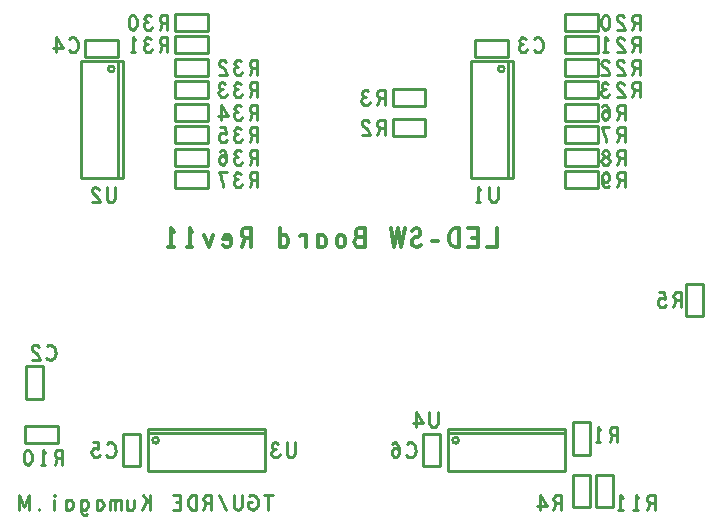
<source format=gbo>
G04 ================== begin FILE IDENTIFICATION RECORD ==================*
G04 Layout Name:  LEDSwitchBoard.brd*
G04 Film Name:    GB_LEDSwitchBoard.GBO*
G04 File Format:  Gerber RS274X*
G04 File Origin:  Cadence Allegro 16.6-S014*
G04 Origin Date:  Thu Feb 25 10:56:10 2016*
G04 *
G04 Layer:  USER PART NUMBER/SILKSCREEN_BOTTOM*
G04 Layer:  TOLERANCE/SILKSCREEN_BOTTOM*
G04 Layer:  REF DES/SILKSCREEN_BOTTOM*
G04 Layer:  PACKAGE GEOMETRY/SILKSCREEN_BOTTOM*
G04 Layer:  DEVICE TYPE/SILKSCREEN_BOTTOM*
G04 Layer:  COMPONENT VALUE/SILKSCREEN_BOTTOM*
G04 Layer:  BOARD GEOMETRY/SILKSCREEN_BOTTOM*
G04 *
G04 Offset:    (0.0000 0.0000)*
G04 Mirror:    No*
G04 Mode:      Positive*
G04 Rotation:  0*
G04 FullContactRelief:  No*
G04 UndefLineWidth:     0.0000*
G04 ================== end FILE IDENTIFICATION RECORD ====================*
%FSLAX25Y25*MOMM*%
%IR0*IPPOS*OFA0.00000B0.00000*MIA0B0*SFA1.00000B1.00000*%
%ADD10C,.305*%
%ADD11C,.254*%
G75*
%LPD*%
G75*
G54D10*
G01X1440600Y223520D02*
Y63500D01*
X1361020D01*
G01X1201000D02*
X1280580D01*
Y223520D01*
X1201000D01*
G01X1232830Y146180D02*
X1280580D01*
G01X1124540Y63500D02*
Y223520D01*
X1084750D01*
X1068830Y215520D01*
X1056890Y204850D01*
X1046940Y188850D01*
X1038990Y170180D01*
X1037000Y143510D01*
X1038990Y116840D01*
X1046940Y98170D01*
X1056890Y82170D01*
X1068830Y71500D01*
X1084750Y63500D01*
X1124540D01*
G01X946620Y116840D02*
X894880D01*
G01X802510Y84830D02*
X786600Y71500D01*
X768690Y63500D01*
X752770D01*
X736850Y71500D01*
X724910Y84830D01*
X718950Y103510D01*
X722930Y122170D01*
X732880Y138170D01*
X750780Y148850D01*
X774660Y154180D01*
X788580Y164840D01*
X794560Y183510D01*
X790570Y202180D01*
X780630Y215520D01*
X766700Y223520D01*
X752770D01*
X738840Y218190D01*
X726900Y204850D01*
G01X660400Y223520D02*
X632550Y63500D01*
X600710Y223520D01*
X568880Y63500D01*
X541020Y223520D01*
G01X264750Y148850D02*
X256790Y156840D01*
X250830Y170180D01*
X246840Y188850D01*
X250830Y204850D01*
X258780Y215520D01*
X272710Y223520D01*
X326430D01*
Y63500D01*
X260770D01*
X246840Y74170D01*
X238890Y90170D01*
X234910Y108840D01*
X238890Y127500D01*
X250830Y143510D01*
X264750Y148850D01*
X326430D01*
G01X120650Y63500D02*
X132590Y66170D01*
X144530Y76830D01*
X152490Y95500D01*
X156470Y116840D01*
X152490Y138170D01*
X144530Y156840D01*
X132590Y167510D01*
X120650Y170180D01*
X108710Y167510D01*
X96770Y156840D01*
X88820Y138170D01*
X86820Y116840D01*
X88820Y95500D01*
X96770Y76830D01*
X108710Y66170D01*
X120650Y63500D01*
G01X-75190D02*
Y170180D01*
G01Y151510D02*
X-67220Y162180D01*
X-55290Y167510D01*
X-41360Y170180D01*
X-27430Y164840D01*
X-15490Y154180D01*
X-7530Y138170D01*
X-3550Y116840D01*
X-7530Y95500D01*
X-15490Y79500D01*
X-27430Y68830D01*
X-41360Y63500D01*
X-55290Y66170D01*
X-67220Y74170D01*
X-75190Y84830D01*
G01X-171540Y63500D02*
Y170180D01*
G01Y148850D02*
X-181480Y159510D01*
X-191430Y167510D01*
X-205360Y170180D01*
X-215310Y167510D01*
X-227240Y159510D01*
G01X-395230Y223520D02*
Y63500D01*
G01Y87500D02*
X-387260Y74170D01*
X-375330Y66170D01*
X-361400Y63500D01*
X-345480Y68830D01*
X-333540Y82170D01*
X-325580Y98170D01*
X-323590Y116840D01*
X-325580Y135510D01*
X-333540Y151510D01*
X-345480Y164840D01*
X-361400Y170180D01*
X-375330Y167510D01*
X-385280Y162180D01*
X-395230Y151510D01*
G01X-639660Y63500D02*
Y223520D01*
X-689400D01*
X-705320Y215520D01*
X-715270Y204850D01*
X-719240Y183510D01*
X-715270Y162180D01*
X-703330Y148850D01*
X-689400Y140840D01*
X-639660D01*
G01X-689400D02*
X-719240Y63500D01*
G01X-809630Y135510D02*
X-873300D01*
X-867320Y154180D01*
X-857380Y164840D01*
X-843450Y170180D01*
X-829520Y167510D01*
X-817580Y159510D01*
X-809630Y140840D01*
X-805640Y124840D01*
Y108840D01*
X-809630Y92840D01*
X-819570Y76830D01*
X-831510Y66170D01*
X-845440Y63500D01*
X-859370Y68830D01*
X-873300Y84830D01*
G01X-963670Y170180D02*
X-999490Y63500D01*
X-1035310Y170180D01*
G01X-1159510Y63500D02*
Y223520D01*
X-1135630Y191520D01*
G01Y63500D02*
X-1183380D01*
G01X-1319530D02*
Y223520D01*
X-1295650Y191520D01*
G01Y63500D02*
X-1343400D01*
G54D11*
G01X-492760Y-2032000D02*
Y-2159000D01*
G01X-455760Y-2032000D02*
X-529760D01*
G01X-631950Y-2095500D02*
X-664130D01*
Y-2133600D01*
X-654470Y-2146300D01*
X-643210Y-2154770D01*
X-627130Y-2159000D01*
X-611040Y-2154770D01*
X-599780Y-2146300D01*
X-590130Y-2133600D01*
X-583690Y-2118780D01*
X-580470Y-2101850D01*
Y-2087030D01*
X-583690Y-2074340D01*
X-590130Y-2059510D01*
X-599780Y-2046820D01*
X-609430Y-2038350D01*
X-622300Y-2032000D01*
X-633560D01*
X-646430Y-2036230D01*
X-656080Y-2044700D01*
G01X-716450Y-2032000D02*
Y-2123020D01*
X-722880Y-2142070D01*
X-735750Y-2154770D01*
X-751840Y-2159000D01*
X-767930Y-2154770D01*
X-780800Y-2142070D01*
X-787230Y-2123020D01*
Y-2032000D01*
G01X-852420Y-2163230D02*
X-910340Y-2032000D01*
G01X-978750Y-2159000D02*
Y-2032000D01*
X-1018960D01*
X-1031830Y-2038350D01*
X-1039880Y-2046820D01*
X-1043090Y-2063750D01*
X-1039880Y-2080680D01*
X-1030220Y-2091270D01*
X-1018960Y-2097620D01*
X-978750D01*
G01X-1018960D02*
X-1043090Y-2159000D01*
G01X-1105070D02*
Y-2032000D01*
X-1137240D01*
X-1150110Y-2038350D01*
X-1159760Y-2046820D01*
X-1167810Y-2059510D01*
X-1174240Y-2074340D01*
X-1175850Y-2095500D01*
X-1174240Y-2116670D01*
X-1167810Y-2131490D01*
X-1159760Y-2144190D01*
X-1150110Y-2152650D01*
X-1137240Y-2159000D01*
X-1105070D01*
G01X-1302170D02*
X-1237830D01*
Y-2032000D01*
X-1302170D01*
G01X-1276430Y-2093380D02*
X-1237830D01*
G01X-1493690Y-2159000D02*
Y-2032000D01*
G01X-1554820D02*
X-1493690Y-2110320D01*
G01X-1564470Y-2159000D02*
X-1521040Y-2074340D01*
G01X-1631270D02*
Y-2133600D01*
X-1637710Y-2148420D01*
X-1647360Y-2156880D01*
X-1658620Y-2159000D01*
X-1669880Y-2156880D01*
X-1679530Y-2148420D01*
X-1685970Y-2133600D01*
G01Y-2159000D02*
Y-2074340D01*
G01X-1739900Y-2159000D02*
Y-2074340D01*
G01Y-2097620D02*
X-1744720Y-2087030D01*
X-1752770Y-2078570D01*
X-1764030Y-2074340D01*
X-1775290Y-2078570D01*
X-1783330Y-2087030D01*
X-1788160Y-2097620D01*
Y-2159000D01*
G01Y-2097620D02*
X-1792990Y-2087030D01*
X-1801030Y-2078570D01*
X-1812290Y-2074340D01*
X-1823550Y-2078570D01*
X-1831600Y-2087030D01*
X-1836420Y-2099730D01*
Y-2159000D01*
G01X-1946660D02*
Y-2074340D01*
G01Y-2089150D02*
X-1940220Y-2080680D01*
X-1930570Y-2076450D01*
X-1919310Y-2074340D01*
X-1908050Y-2078570D01*
X-1898400Y-2087030D01*
X-1891960Y-2099730D01*
X-1888740Y-2116670D01*
X-1891960Y-2133600D01*
X-1898400Y-2146300D01*
X-1908050Y-2154770D01*
X-1919310Y-2159000D01*
X-1930570Y-2156880D01*
X-1940220Y-2150540D01*
X-1946660Y-2142070D01*
G01X-2024720Y-2190750D02*
X-2035980Y-2199220D01*
X-2048850Y-2201330D01*
X-2060110Y-2199220D01*
X-2069760Y-2188630D01*
X-2076200Y-2173820D01*
Y-2074340D01*
G01Y-2091270D02*
X-2069760Y-2082800D01*
X-2060110Y-2076450D01*
X-2048850Y-2074340D01*
X-2035980Y-2078570D01*
X-2027940Y-2087030D01*
X-2021500Y-2101850D01*
X-2018280Y-2116670D01*
X-2019890Y-2129370D01*
X-2026330Y-2144190D01*
X-2035980Y-2154770D01*
X-2048850Y-2159000D01*
X-2058500Y-2156880D01*
X-2069760Y-2148420D01*
X-2076200Y-2139950D01*
G01X-2205740Y-2159000D02*
Y-2074340D01*
G01Y-2089150D02*
X-2199300Y-2080680D01*
X-2189650Y-2076450D01*
X-2178390Y-2074340D01*
X-2167130Y-2078570D01*
X-2157480Y-2087030D01*
X-2151040Y-2099730D01*
X-2147820Y-2116670D01*
X-2151040Y-2133600D01*
X-2157480Y-2146300D01*
X-2167130Y-2154770D01*
X-2178390Y-2159000D01*
X-2189650Y-2156880D01*
X-2199300Y-2150540D01*
X-2205740Y-2142070D01*
G01X-2306320Y-2074340D02*
Y-2159000D01*
G01Y-2040470D02*
X-2303100Y-2038350D01*
Y-2034120D01*
X-2306320Y-2032000D01*
X-2309540Y-2034120D01*
Y-2038350D01*
X-2306320Y-2040470D01*
G01X-2435860Y-2163230D02*
X-2432640Y-2161120D01*
Y-2156880D01*
X-2435860Y-2154770D01*
X-2439080Y-2156880D01*
Y-2161120D01*
X-2435860Y-2163230D01*
G01X-2523570Y-2159000D02*
Y-2032000D01*
X-2565400Y-2137830D01*
X-2607230Y-2032000D01*
Y-2159000D01*
G01X-2238590Y-1778000D02*
Y-1651000D01*
X-2278800D01*
X-2291670Y-1657350D01*
X-2299720Y-1665820D01*
X-2302930Y-1682750D01*
X-2299720Y-1699680D01*
X-2290060Y-1710270D01*
X-2278800Y-1716620D01*
X-2238590D01*
G01X-2278800D02*
X-2302930Y-1778000D01*
G01X-2400300D02*
Y-1651000D01*
X-2381000Y-1676400D01*
G01Y-1778000D02*
X-2419600D01*
G01X-2529840Y-1651000D02*
X-2516970Y-1655230D01*
X-2507320Y-1665820D01*
X-2500880Y-1678510D01*
X-2496060Y-1695450D01*
X-2494450Y-1714500D01*
X-2496060Y-1733550D01*
X-2500880Y-1750490D01*
X-2507320Y-1763190D01*
X-2516970Y-1773770D01*
X-2529840Y-1778000D01*
X-2542710Y-1773770D01*
X-2552360Y-1763190D01*
X-2558800Y-1750490D01*
X-2563620Y-1733550D01*
X-2565230Y-1714500D01*
X-2563620Y-1695450D01*
X-2558800Y-1678510D01*
X-2552360Y-1665820D01*
X-2542710Y-1655230D01*
X-2529840Y-1651000D01*
G01X-2550160Y-1452880D02*
X-2275840D01*
Y-1595120D01*
X-2550160D01*
Y-1452880D01*
G01X-2369650Y-772580D02*
X-2360000Y-766230D01*
X-2348740Y-762000D01*
X-2335870D01*
X-2321390Y-768350D01*
X-2310130Y-778930D01*
X-2302090Y-791630D01*
X-2295650Y-812800D01*
X-2294040Y-831850D01*
X-2297260Y-850900D01*
X-2302090Y-863600D01*
X-2311740Y-876300D01*
X-2323000Y-884770D01*
X-2334260Y-889000D01*
X-2345520D01*
X-2356780Y-884770D01*
X-2366430Y-878420D01*
X-2374480Y-869950D01*
G01X-2433230Y-783170D02*
X-2442890Y-770470D01*
X-2454150Y-764120D01*
X-2467020Y-762000D01*
X-2483100Y-766230D01*
X-2494370Y-776820D01*
X-2497580Y-789510D01*
X-2495970Y-802220D01*
X-2489540Y-812800D01*
X-2457370Y-833970D01*
X-2442890Y-848780D01*
X-2433230Y-869950D01*
X-2430020Y-889000D01*
X-2497580D01*
G01X-2547620Y-1216660D02*
Y-942340D01*
X-2405380D01*
Y-1216660D01*
X-2547620D01*
G01X-2179150Y1830920D02*
X-2169500Y1837270D01*
X-2158240Y1841500D01*
X-2145370D01*
X-2130890Y1835150D01*
X-2119630Y1824570D01*
X-2111590Y1811870D01*
X-2105150Y1790700D01*
X-2103540Y1771650D01*
X-2106760Y1752600D01*
X-2111590Y1739900D01*
X-2121240Y1727200D01*
X-2132500Y1718730D01*
X-2143760Y1714500D01*
X-2155020D01*
X-2166280Y1718730D01*
X-2175930Y1725080D01*
X-2183980Y1733550D01*
G01X-2292600Y1714500D02*
Y1841500D01*
X-2233080Y1750480D01*
X-2313520D01*
G01X-1861650Y-1598080D02*
X-1852000Y-1591730D01*
X-1840740Y-1587500D01*
X-1827870D01*
X-1813390Y-1593850D01*
X-1802130Y-1604430D01*
X-1794090Y-1617130D01*
X-1787650Y-1638300D01*
X-1786040Y-1657350D01*
X-1789260Y-1676400D01*
X-1794090Y-1689100D01*
X-1803740Y-1701800D01*
X-1815000Y-1710270D01*
X-1826260Y-1714500D01*
X-1837520D01*
X-1848780Y-1710270D01*
X-1858430Y-1703920D01*
X-1866480Y-1695450D01*
G01X-1920410D02*
X-1930060Y-1706040D01*
X-1941320Y-1712380D01*
X-1955800Y-1714500D01*
X-1970280Y-1710270D01*
X-1981540Y-1701800D01*
X-1989580Y-1686990D01*
X-1991190Y-1670050D01*
X-1987970Y-1653120D01*
X-1979930Y-1642530D01*
X-1968670Y-1634070D01*
X-1957410Y-1631950D01*
X-1946150Y-1634070D01*
X-1931670Y-1642530D01*
X-1936500Y-1587500D01*
X-1979930D01*
G01X-1722120Y-1788160D02*
Y-1513840D01*
X-1579880D01*
Y-1788160D01*
X-1722120D01*
G01X-1422400Y-1569720D02*
G03I-25400J0D01*
G01X-1511300Y-1511300D02*
X-520700D01*
G01X-1511300Y-1473200D02*
X-520700D01*
Y-1828800D01*
X-1511300D01*
Y-1473200D01*
G01X-1790870Y571500D02*
Y480480D01*
X-1797300Y461430D01*
X-1810170Y448730D01*
X-1826260Y444500D01*
X-1842350Y448730D01*
X-1855220Y461430D01*
X-1861650Y480480D01*
Y571500D01*
G01X-1925230Y550330D02*
X-1934890Y563030D01*
X-1946150Y569380D01*
X-1959020Y571500D01*
X-1975100Y567270D01*
X-1986370Y556680D01*
X-1989580Y543990D01*
X-1987970Y531280D01*
X-1981540Y520700D01*
X-1949370Y499530D01*
X-1934890Y484720D01*
X-1925230Y463550D01*
X-1922020Y444500D01*
X-1989580D01*
G01X-1765300Y1638300D02*
Y647700D01*
G01X-1727200Y1638300D02*
Y647700D01*
X-2082800D01*
Y1638300D01*
X-1727200D01*
G01X-1349590Y1905000D02*
Y2032000D01*
X-1389800D01*
X-1402670Y2025650D01*
X-1410720Y2017180D01*
X-1413930Y2000250D01*
X-1410720Y1983320D01*
X-1401060Y1972730D01*
X-1389800Y1966380D01*
X-1349590D01*
G01X-1389800D02*
X-1413930Y1905000D01*
G01X-1475910Y1930400D02*
X-1485560Y1915580D01*
X-1498430Y1907120D01*
X-1512910Y1905000D01*
X-1525780Y1907120D01*
X-1538650Y1917700D01*
X-1546690Y1930400D01*
X-1548300Y1943100D01*
X-1545080Y1957910D01*
X-1533820Y1968500D01*
X-1522560Y1972730D01*
X-1508080D01*
G01X-1522560D02*
X-1532210Y1979080D01*
X-1540260Y1989660D01*
X-1543470Y2002370D01*
X-1540260Y2015070D01*
X-1532210Y2025650D01*
X-1517730Y2032000D01*
X-1503260Y2029880D01*
X-1488780Y2021420D01*
G01X-1640840Y2032000D02*
X-1627970Y2027770D01*
X-1618320Y2017180D01*
X-1611880Y2004490D01*
X-1607060Y1987550D01*
X-1605450Y1968500D01*
X-1607060Y1949450D01*
X-1611880Y1932510D01*
X-1618320Y1919810D01*
X-1627970Y1909230D01*
X-1640840Y1905000D01*
X-1653710Y1909230D01*
X-1663360Y1919810D01*
X-1669800Y1932510D01*
X-1674620Y1949450D01*
X-1676230Y1968500D01*
X-1674620Y1987550D01*
X-1669800Y2004490D01*
X-1663360Y2017180D01*
X-1653710Y2027770D01*
X-1640840Y2032000D01*
G01X-1349590Y1714500D02*
Y1841500D01*
X-1389800D01*
X-1402670Y1835150D01*
X-1410720Y1826680D01*
X-1413930Y1809750D01*
X-1410720Y1792820D01*
X-1401060Y1782230D01*
X-1389800Y1775880D01*
X-1349590D01*
G01X-1389800D02*
X-1413930Y1714500D01*
G01X-1475910Y1739900D02*
X-1485560Y1725080D01*
X-1498430Y1716620D01*
X-1512910Y1714500D01*
X-1525780Y1716620D01*
X-1538650Y1727200D01*
X-1546690Y1739900D01*
X-1548300Y1752600D01*
X-1545080Y1767410D01*
X-1533820Y1778000D01*
X-1522560Y1782230D01*
X-1508080D01*
G01X-1522560D02*
X-1532210Y1788580D01*
X-1540260Y1799160D01*
X-1543470Y1811870D01*
X-1540260Y1824570D01*
X-1532210Y1835150D01*
X-1517730Y1841500D01*
X-1503260Y1839380D01*
X-1488780Y1830920D01*
G01X-1640840Y1714500D02*
Y1841500D01*
X-1621540Y1816100D01*
G01Y1714500D02*
X-1660140D01*
G01X-2042160Y1817370D02*
X-1767840D01*
Y1675130D01*
X-2042160D01*
Y1817370D01*
G01X-1798320Y1574800D02*
G03I-25400J0D01*
G01X-587590Y762000D02*
Y889000D01*
X-627800D01*
X-640670Y882650D01*
X-648720Y874180D01*
X-651930Y857250D01*
X-648720Y840320D01*
X-639060Y829730D01*
X-627800Y823380D01*
X-587590D01*
G01X-627800D02*
X-651930Y762000D01*
G01X-713910Y787400D02*
X-723560Y772580D01*
X-736430Y764120D01*
X-750910Y762000D01*
X-763780Y764120D01*
X-776650Y774700D01*
X-784690Y787400D01*
X-786300Y800100D01*
X-783080Y814910D01*
X-771820Y825500D01*
X-760560Y829730D01*
X-746080D01*
G01X-760560D02*
X-770210Y836080D01*
X-778260Y846660D01*
X-781470Y859370D01*
X-778260Y872070D01*
X-770210Y882650D01*
X-755730Y889000D01*
X-741260Y886880D01*
X-726780Y878420D01*
G01X-848270Y814910D02*
X-859540Y829730D01*
X-869190Y838200D01*
X-882060Y842430D01*
X-893320Y838200D01*
X-901360Y829730D01*
X-907800Y817030D01*
X-909410Y802220D01*
X-907800Y789510D01*
X-901360Y776810D01*
X-891710Y766230D01*
X-880450Y762000D01*
X-867580Y766230D01*
X-856320Y778930D01*
X-849880Y797980D01*
X-848270Y819150D01*
X-851490Y846660D01*
X-856320Y861490D01*
X-864360Y876300D01*
X-875620Y886880D01*
X-886880Y889000D01*
X-898140Y884770D01*
X-906190Y874180D01*
G01X-587590Y571500D02*
Y698500D01*
X-627800D01*
X-640670Y692150D01*
X-648720Y683680D01*
X-651930Y666750D01*
X-648720Y649820D01*
X-639060Y639230D01*
X-627800Y632880D01*
X-587590D01*
G01X-627800D02*
X-651930Y571500D01*
G01X-713910Y596900D02*
X-723560Y582080D01*
X-736430Y573620D01*
X-750910Y571500D01*
X-763780Y573620D01*
X-776650Y584200D01*
X-784690Y596900D01*
X-786300Y609600D01*
X-783080Y624410D01*
X-771820Y635000D01*
X-760560Y639230D01*
X-746080D01*
G01X-760560D02*
X-770210Y645580D01*
X-778260Y656160D01*
X-781470Y668870D01*
X-778260Y681570D01*
X-770210Y692150D01*
X-755730Y698500D01*
X-741260Y696380D01*
X-726780Y687920D01*
G01X-875620Y571500D02*
X-878840Y599010D01*
X-883670Y622300D01*
X-890100Y643470D01*
X-898140Y666750D01*
X-911010Y698500D01*
X-846670D01*
G01X-1280160Y706120D02*
X-1005840D01*
Y563880D01*
X-1280160D01*
Y706120D01*
G01X-587590Y1333500D02*
Y1460500D01*
X-627800D01*
X-640670Y1454150D01*
X-648720Y1445680D01*
X-651930Y1428750D01*
X-648720Y1411820D01*
X-639060Y1401230D01*
X-627800Y1394880D01*
X-587590D01*
G01X-627800D02*
X-651930Y1333500D01*
G01X-713910Y1358900D02*
X-723560Y1344080D01*
X-736430Y1335620D01*
X-750910Y1333500D01*
X-763780Y1335620D01*
X-776650Y1346200D01*
X-784690Y1358900D01*
X-786300Y1371600D01*
X-783080Y1386410D01*
X-771820Y1397000D01*
X-760560Y1401230D01*
X-746080D01*
G01X-760560D02*
X-770210Y1407580D01*
X-778260Y1418160D01*
X-781470Y1430870D01*
X-778260Y1443570D01*
X-770210Y1454150D01*
X-755730Y1460500D01*
X-741260Y1458380D01*
X-726780Y1449920D01*
G01X-843450Y1358900D02*
X-853100Y1344080D01*
X-865970Y1335620D01*
X-880450Y1333500D01*
X-893320Y1335620D01*
X-906190Y1346200D01*
X-914230Y1358900D01*
X-915840Y1371600D01*
X-912620Y1386410D01*
X-901360Y1397000D01*
X-890100Y1401230D01*
X-875620D01*
G01X-890100D02*
X-899750Y1407580D01*
X-907800Y1418160D01*
X-911010Y1430870D01*
X-907800Y1443570D01*
X-899750Y1454150D01*
X-885270Y1460500D01*
X-870800Y1458380D01*
X-856320Y1449920D01*
G01X-1280160Y1468120D02*
X-1005840D01*
Y1325880D01*
X-1280160D01*
Y1468120D01*
G01X-587590Y1143000D02*
Y1270000D01*
X-627800D01*
X-640670Y1263650D01*
X-648720Y1255180D01*
X-651930Y1238250D01*
X-648720Y1221320D01*
X-639060Y1210730D01*
X-627800Y1204380D01*
X-587590D01*
G01X-627800D02*
X-651930Y1143000D01*
G01X-713910Y1168400D02*
X-723560Y1153580D01*
X-736430Y1145120D01*
X-750910Y1143000D01*
X-763780Y1145120D01*
X-776650Y1155700D01*
X-784690Y1168400D01*
X-786300Y1181100D01*
X-783080Y1195910D01*
X-771820Y1206500D01*
X-760560Y1210730D01*
X-746080D01*
G01X-760560D02*
X-770210Y1217080D01*
X-778260Y1227660D01*
X-781470Y1240370D01*
X-778260Y1253070D01*
X-770210Y1263650D01*
X-755730Y1270000D01*
X-741260Y1267880D01*
X-726780Y1259420D01*
G01X-898140Y1143000D02*
Y1270000D01*
X-838620Y1178980D01*
X-919060D01*
G01X-1280160Y1277620D02*
X-1005840D01*
Y1135380D01*
X-1280160D01*
Y1277620D01*
G01X-587590Y952500D02*
Y1079500D01*
X-627800D01*
X-640670Y1073150D01*
X-648720Y1064680D01*
X-651930Y1047750D01*
X-648720Y1030820D01*
X-639060Y1020230D01*
X-627800Y1013880D01*
X-587590D01*
G01X-627800D02*
X-651930Y952500D01*
G01X-713910Y977900D02*
X-723560Y963080D01*
X-736430Y954620D01*
X-750910Y952500D01*
X-763780Y954620D01*
X-776650Y965200D01*
X-784690Y977900D01*
X-786300Y990600D01*
X-783080Y1005410D01*
X-771820Y1016000D01*
X-760560Y1020230D01*
X-746080D01*
G01X-760560D02*
X-770210Y1026580D01*
X-778260Y1037160D01*
X-781470Y1049870D01*
X-778260Y1062570D01*
X-770210Y1073150D01*
X-755730Y1079500D01*
X-741260Y1077380D01*
X-726780Y1068920D01*
G01X-843450Y971550D02*
X-853100Y960960D01*
X-864360Y954620D01*
X-878840Y952500D01*
X-893320Y956730D01*
X-904580Y965200D01*
X-912620Y980010D01*
X-914230Y996950D01*
X-911010Y1013880D01*
X-902970Y1024470D01*
X-891710Y1032930D01*
X-880450Y1035050D01*
X-869190Y1032930D01*
X-854710Y1024470D01*
X-859540Y1079500D01*
X-902970D01*
G01X-1280160Y1087120D02*
X-1005840D01*
Y944880D01*
X-1280160D01*
Y1087120D01*
G01Y896620D02*
X-1005840D01*
Y754380D01*
X-1280160D01*
Y896620D01*
G01Y2039620D02*
X-1005840D01*
Y1897380D01*
X-1280160D01*
Y2039620D01*
G01Y1849120D02*
X-1005840D01*
Y1706880D01*
X-1280160D01*
Y1849120D01*
G01X-587590Y1524000D02*
Y1651000D01*
X-627800D01*
X-640670Y1644650D01*
X-648720Y1636180D01*
X-651930Y1619250D01*
X-648720Y1602320D01*
X-639060Y1591730D01*
X-627800Y1585380D01*
X-587590D01*
G01X-627800D02*
X-651930Y1524000D01*
G01X-713910Y1549400D02*
X-723560Y1534580D01*
X-736430Y1526120D01*
X-750910Y1524000D01*
X-763780Y1526120D01*
X-776650Y1536700D01*
X-784690Y1549400D01*
X-786300Y1562100D01*
X-783080Y1576910D01*
X-771820Y1587500D01*
X-760560Y1591730D01*
X-746080D01*
G01X-760560D02*
X-770210Y1598080D01*
X-778260Y1608660D01*
X-781470Y1621370D01*
X-778260Y1634070D01*
X-770210Y1644650D01*
X-755730Y1651000D01*
X-741260Y1648880D01*
X-726780Y1640420D01*
G01X-848270Y1629830D02*
X-857930Y1642530D01*
X-869190Y1648880D01*
X-882060Y1651000D01*
X-898140Y1646770D01*
X-909410Y1636180D01*
X-912620Y1623490D01*
X-911010Y1610780D01*
X-904580Y1600200D01*
X-872410Y1579030D01*
X-857930Y1564220D01*
X-848270Y1543050D01*
X-845060Y1524000D01*
X-912620D01*
G01X-1280160Y1658620D02*
X-1005840D01*
Y1516380D01*
X-1280160D01*
Y1658620D01*
G01X-266870Y-1587500D02*
Y-1678520D01*
X-273300Y-1697570D01*
X-286170Y-1710270D01*
X-302260Y-1714500D01*
X-318350Y-1710270D01*
X-331220Y-1697570D01*
X-337650Y-1678520D01*
Y-1587500D01*
G01X-396410Y-1689100D02*
X-406060Y-1703920D01*
X-418930Y-1712380D01*
X-433410Y-1714500D01*
X-446280Y-1712380D01*
X-459150Y-1701800D01*
X-467190Y-1689100D01*
X-468800Y-1676400D01*
X-465580Y-1661590D01*
X-454320Y-1651000D01*
X-443060Y-1646770D01*
X-428580D01*
G01X-443060D02*
X-452710Y-1640420D01*
X-460760Y-1629840D01*
X-463970Y-1617130D01*
X-460760Y-1604430D01*
X-452710Y-1593850D01*
X-438230Y-1587500D01*
X-423760Y-1589620D01*
X-409280Y-1598080D01*
G01X678350D02*
X688000Y-1591730D01*
X699260Y-1587500D01*
X712130D01*
X726610Y-1593850D01*
X737870Y-1604430D01*
X745910Y-1617130D01*
X752350Y-1638300D01*
X753960Y-1657350D01*
X750740Y-1676400D01*
X745910Y-1689100D01*
X736260Y-1701800D01*
X725000Y-1710270D01*
X713740Y-1714500D01*
X702480D01*
X691220Y-1710270D01*
X681570Y-1703920D01*
X673520Y-1695450D01*
G01X614770Y-1661590D02*
X603500Y-1646770D01*
X593850Y-1638300D01*
X580980Y-1634070D01*
X569720Y-1638300D01*
X561680Y-1646770D01*
X555240Y-1659470D01*
X553630Y-1674280D01*
X555240Y-1686990D01*
X561680Y-1699690D01*
X571330Y-1710270D01*
X582590Y-1714500D01*
X595460Y-1710270D01*
X606720Y-1697570D01*
X613160Y-1678520D01*
X614770Y-1657350D01*
X611550Y-1629840D01*
X606720Y-1615010D01*
X598680Y-1600200D01*
X587420Y-1589620D01*
X576160Y-1587500D01*
X564900Y-1591730D01*
X556850Y-1602320D01*
G01X491910Y1016000D02*
Y1143000D01*
X451700D01*
X438830Y1136650D01*
X430780Y1128180D01*
X427570Y1111250D01*
X430780Y1094320D01*
X440440Y1083730D01*
X451700Y1077380D01*
X491910D01*
G01X451700D02*
X427570Y1016000D01*
G01X360770Y1121830D02*
X351110Y1134530D01*
X339850Y1140880D01*
X326980Y1143000D01*
X310900Y1138770D01*
X299630Y1128180D01*
X296420Y1115490D01*
X298030Y1102780D01*
X304460Y1092200D01*
X336630Y1071030D01*
X351110Y1056220D01*
X360770Y1035050D01*
X363980Y1016000D01*
X296420D01*
G01X835660Y1008380D02*
X561340D01*
Y1150620D01*
X835660D01*
Y1008380D01*
G01X491910Y1270000D02*
Y1397000D01*
X451700D01*
X438830Y1390650D01*
X430780Y1382180D01*
X427570Y1365250D01*
X430780Y1348320D01*
X440440Y1337730D01*
X451700Y1331380D01*
X491910D01*
G01X451700D02*
X427570Y1270000D01*
G01X365590Y1295400D02*
X355940Y1280580D01*
X343070Y1272120D01*
X328590Y1270000D01*
X315720Y1272120D01*
X302850Y1282700D01*
X294810Y1295400D01*
X293200Y1308100D01*
X296420Y1322910D01*
X307680Y1333500D01*
X318940Y1337730D01*
X333420D01*
G01X318940D02*
X309290Y1344080D01*
X301240Y1354660D01*
X298030Y1367370D01*
X301240Y1380070D01*
X309290Y1390650D01*
X323770Y1397000D01*
X338240Y1394880D01*
X352720Y1386420D01*
G01X835660Y1262380D02*
X561340D01*
Y1404620D01*
X835660D01*
Y1262380D01*
G01X817880Y-1788160D02*
Y-1513840D01*
X960120D01*
Y-1788160D01*
X817880D01*
G01X939630Y-1333500D02*
Y-1424520D01*
X933200Y-1443570D01*
X920330Y-1456270D01*
X904240Y-1460500D01*
X888150Y-1456270D01*
X875280Y-1443570D01*
X868850Y-1424520D01*
Y-1333500D01*
G01X755400Y-1460500D02*
Y-1333500D01*
X814920Y-1424520D01*
X734480D01*
G01X1117600Y-1569720D02*
G03I-25400J0D01*
G01X1028700Y-1511300D02*
X2019300D01*
G01X1028700Y-1473200D02*
X2019300D01*
Y-1828800D01*
X1028700D01*
Y-1473200D01*
G01X1447630Y571500D02*
Y480480D01*
X1441200Y461430D01*
X1428330Y448730D01*
X1412240Y444500D01*
X1396150Y448730D01*
X1383280Y461430D01*
X1376850Y480480D01*
Y571500D01*
G01X1282700Y444500D02*
Y571500D01*
X1302000Y546100D01*
G01Y444500D02*
X1263400D01*
G01X1574800Y1638300D02*
Y647700D01*
X1219200D01*
Y1638300D01*
X1574800D01*
G01X1259840Y1817370D02*
X1534160D01*
Y1675130D01*
X1259840D01*
Y1817370D01*
G01X1984160Y-2159000D02*
Y-2032000D01*
X1943950D01*
X1931080Y-2038350D01*
X1923030Y-2046820D01*
X1919820Y-2063750D01*
X1923030Y-2080680D01*
X1932690Y-2091270D01*
X1943950Y-2097620D01*
X1984160D01*
G01X1943950D02*
X1919820Y-2159000D01*
G01X1803150D02*
Y-2032000D01*
X1862670Y-2123020D01*
X1782230D01*
G01X2087880Y-2137410D02*
Y-1863090D01*
X2230120D01*
Y-2137410D01*
X2087880D01*
G01Y-1692910D02*
Y-1418590D01*
X2230120D01*
Y-1692910D01*
X2087880D01*
G01X2021840Y706120D02*
X2296160D01*
Y563880D01*
X2021840D01*
Y706120D01*
G01X1536700Y1638300D02*
Y647700D01*
G01X2021840Y1468120D02*
X2296160D01*
Y1325880D01*
X2021840D01*
Y1468120D01*
G01Y1277620D02*
X2296160D01*
Y1135380D01*
X2021840D01*
Y1277620D01*
G01Y1087120D02*
X2296160D01*
Y944880D01*
X2021840D01*
Y1087120D01*
G01Y896620D02*
X2296160D01*
Y754380D01*
X2021840D01*
Y896620D01*
G01Y2039620D02*
X2296160D01*
Y1897380D01*
X2021840D01*
Y2039620D01*
G01Y1849120D02*
X2296160D01*
Y1706880D01*
X2021840D01*
Y1849120D01*
G01Y1658620D02*
X2296160D01*
Y1516380D01*
X2021840D01*
Y1658620D01*
G01X1757850Y1830920D02*
X1767500Y1837270D01*
X1778760Y1841500D01*
X1791630D01*
X1806110Y1835150D01*
X1817370Y1824570D01*
X1825410Y1811870D01*
X1831850Y1790700D01*
X1833460Y1771650D01*
X1830240Y1752600D01*
X1825410Y1739900D01*
X1815760Y1727200D01*
X1804500Y1718730D01*
X1793240Y1714500D01*
X1781980D01*
X1770720Y1718730D01*
X1761070Y1725080D01*
X1753020Y1733550D01*
G01X1699090Y1739900D02*
X1689440Y1725080D01*
X1676570Y1716620D01*
X1662090Y1714500D01*
X1649220Y1716620D01*
X1636350Y1727200D01*
X1628310Y1739900D01*
X1626700Y1752600D01*
X1629920Y1767410D01*
X1641180Y1778000D01*
X1652440Y1782230D01*
X1666920D01*
G01X1652440D02*
X1642790Y1788580D01*
X1634740Y1799160D01*
X1631530Y1811870D01*
X1634740Y1824570D01*
X1642790Y1835150D01*
X1657270Y1841500D01*
X1671740Y1839380D01*
X1686220Y1830920D01*
G01X1503680Y1574800D02*
G03I-25400J0D01*
G01X2777910Y-2159000D02*
Y-2032000D01*
X2737700D01*
X2724830Y-2038350D01*
X2716780Y-2046820D01*
X2713570Y-2063750D01*
X2716780Y-2080680D01*
X2726440Y-2091270D01*
X2737700Y-2097620D01*
X2777910D01*
G01X2737700D02*
X2713570Y-2159000D01*
G01X2616200D02*
Y-2032000D01*
X2635500Y-2057400D01*
G01Y-2159000D02*
X2596900D01*
G01X2486660D02*
Y-2032000D01*
X2505960Y-2057400D01*
G01Y-2159000D02*
X2467360D01*
G01X2278380Y-2137410D02*
Y-1863090D01*
X2420620D01*
Y-2137410D01*
X2278380D01*
G01X2460410Y-1587500D02*
Y-1460500D01*
X2420200D01*
X2407330Y-1466850D01*
X2399280Y-1475320D01*
X2396070Y-1492250D01*
X2399280Y-1509180D01*
X2408940Y-1519770D01*
X2420200Y-1526120D01*
X2460410D01*
G01X2420200D02*
X2396070Y-1587500D01*
G01X2298700D02*
Y-1460500D01*
X2318000Y-1485900D01*
G01Y-1587500D02*
X2279400D01*
G01X3000160Y-444500D02*
Y-317500D01*
X2959950D01*
X2947080Y-323850D01*
X2939030Y-332320D01*
X2935820Y-349250D01*
X2939030Y-366180D01*
X2948690Y-376770D01*
X2959950Y-383120D01*
X3000160D01*
G01X2959950D02*
X2935820Y-444500D01*
G01X2873840Y-425450D02*
X2864190Y-436040D01*
X2852930Y-442380D01*
X2838450Y-444500D01*
X2823970Y-440270D01*
X2812710Y-431800D01*
X2804670Y-416990D01*
X2803060Y-400050D01*
X2806280Y-383120D01*
X2814320Y-372530D01*
X2825580Y-364070D01*
X2836840Y-361950D01*
X2848100Y-364070D01*
X2862580Y-372530D01*
X2857750Y-317500D01*
X2814320D01*
G01X2523910Y762000D02*
Y889000D01*
X2483700D01*
X2470830Y882650D01*
X2462780Y874180D01*
X2459570Y857250D01*
X2462780Y840320D01*
X2472440Y829730D01*
X2483700Y823380D01*
X2523910D01*
G01X2483700D02*
X2459570Y762000D01*
G01X2362200D02*
X2350940Y764120D01*
X2338070Y770460D01*
X2330030Y781050D01*
X2326810Y795870D01*
X2330030Y810680D01*
X2339680Y823380D01*
X2354160Y829730D01*
X2370240D01*
X2379900Y833970D01*
X2387940Y844550D01*
X2391160Y859370D01*
X2386330Y874180D01*
X2375070Y884770D01*
X2362200Y889000D01*
X2349330Y884770D01*
X2338070Y874180D01*
X2333240Y859370D01*
X2336460Y844550D01*
X2344500Y833970D01*
X2354160Y829730D01*
X2370240D01*
X2384720Y823380D01*
X2394370Y810680D01*
X2397590Y795870D01*
X2394370Y781050D01*
X2386330Y770460D01*
X2373460Y764120D01*
X2362200Y762000D01*
G01X2523910Y571500D02*
Y698500D01*
X2483700D01*
X2470830Y692150D01*
X2462780Y683680D01*
X2459570Y666750D01*
X2462780Y649820D01*
X2472440Y639230D01*
X2483700Y632880D01*
X2523910D01*
G01X2483700D02*
X2459570Y571500D01*
G01X2389550Y586310D02*
X2378290Y575730D01*
X2365420Y571500D01*
X2352550Y575730D01*
X2341290Y588430D01*
X2333240Y607480D01*
X2330030Y626530D01*
Y649820D01*
X2333240Y668870D01*
X2341290Y685800D01*
X2350940Y694270D01*
X2362200Y698500D01*
X2375070Y694270D01*
X2384720Y685800D01*
X2391160Y673100D01*
X2394370Y656160D01*
X2391160Y641350D01*
X2383110Y626530D01*
X2373460Y618060D01*
X2362200Y615950D01*
X2349330Y620180D01*
X2339680Y630770D01*
X2330030Y649820D01*
G01X2650910Y1333500D02*
Y1460500D01*
X2610700D01*
X2597830Y1454150D01*
X2589780Y1445680D01*
X2586570Y1428750D01*
X2589780Y1411820D01*
X2599440Y1401230D01*
X2610700Y1394880D01*
X2650910D01*
G01X2610700D02*
X2586570Y1333500D01*
G01X2519770Y1439330D02*
X2510110Y1452030D01*
X2498850Y1458380D01*
X2485980Y1460500D01*
X2469900Y1456270D01*
X2458630Y1445680D01*
X2455420Y1432990D01*
X2457030Y1420280D01*
X2463460Y1409700D01*
X2495630Y1388530D01*
X2510110Y1373720D01*
X2519770Y1352550D01*
X2522980Y1333500D01*
X2455420D01*
G01X2395050Y1358900D02*
X2385400Y1344080D01*
X2372530Y1335620D01*
X2358050Y1333500D01*
X2345180Y1335620D01*
X2332310Y1346200D01*
X2324270Y1358900D01*
X2322660Y1371600D01*
X2325880Y1386410D01*
X2337140Y1397000D01*
X2348400Y1401230D01*
X2362880D01*
G01X2348400D02*
X2338750Y1407580D01*
X2330700Y1418160D01*
X2327490Y1430870D01*
X2330700Y1443570D01*
X2338750Y1454150D01*
X2353230Y1460500D01*
X2367700Y1458380D01*
X2382180Y1449920D01*
G01X2523910Y1143000D02*
Y1270000D01*
X2483700D01*
X2470830Y1263650D01*
X2462780Y1255180D01*
X2459570Y1238250D01*
X2462780Y1221320D01*
X2472440Y1210730D01*
X2483700Y1204380D01*
X2523910D01*
G01X2483700D02*
X2459570Y1143000D01*
G01X2392770Y1195910D02*
X2381500Y1210730D01*
X2371850Y1219200D01*
X2358980Y1223430D01*
X2347720Y1219200D01*
X2339680Y1210730D01*
X2333240Y1198030D01*
X2331630Y1183220D01*
X2333240Y1170510D01*
X2339680Y1157810D01*
X2349330Y1147230D01*
X2360590Y1143000D01*
X2373460Y1147230D01*
X2384720Y1159930D01*
X2391160Y1178980D01*
X2392770Y1200150D01*
X2389550Y1227660D01*
X2384720Y1242490D01*
X2376680Y1257300D01*
X2365420Y1267880D01*
X2354160Y1270000D01*
X2342900Y1265770D01*
X2334850Y1255180D01*
G01X2523910Y952500D02*
Y1079500D01*
X2483700D01*
X2470830Y1073150D01*
X2462780Y1064680D01*
X2459570Y1047750D01*
X2462780Y1030820D01*
X2472440Y1020230D01*
X2483700Y1013880D01*
X2523910D01*
G01X2483700D02*
X2459570Y952500D01*
G01X2365420D02*
X2362200Y980010D01*
X2357370Y1003300D01*
X2350940Y1024470D01*
X2342900Y1047750D01*
X2330030Y1079500D01*
X2394370D01*
G01X2650910Y1905000D02*
Y2032000D01*
X2610700D01*
X2597830Y2025650D01*
X2589780Y2017180D01*
X2586570Y2000250D01*
X2589780Y1983320D01*
X2599440Y1972730D01*
X2610700Y1966380D01*
X2650910D01*
G01X2610700D02*
X2586570Y1905000D01*
G01X2519770Y2010830D02*
X2510110Y2023530D01*
X2498850Y2029880D01*
X2485980Y2032000D01*
X2469900Y2027770D01*
X2458630Y2017180D01*
X2455420Y2004490D01*
X2457030Y1991780D01*
X2463460Y1981200D01*
X2495630Y1960030D01*
X2510110Y1945220D01*
X2519770Y1924050D01*
X2522980Y1905000D01*
X2455420D01*
G01X2359660Y2032000D02*
X2372530Y2027770D01*
X2382180Y2017180D01*
X2388620Y2004490D01*
X2393440Y1987550D01*
X2395050Y1968500D01*
X2393440Y1949450D01*
X2388620Y1932510D01*
X2382180Y1919810D01*
X2372530Y1909230D01*
X2359660Y1905000D01*
X2346790Y1909230D01*
X2337140Y1919810D01*
X2330700Y1932510D01*
X2325880Y1949450D01*
X2324270Y1968500D01*
X2325880Y1987550D01*
X2330700Y2004490D01*
X2337140Y2017180D01*
X2346790Y2027770D01*
X2359660Y2032000D01*
G01X2650910Y1714500D02*
Y1841500D01*
X2610700D01*
X2597830Y1835150D01*
X2589780Y1826680D01*
X2586570Y1809750D01*
X2589780Y1792820D01*
X2599440Y1782230D01*
X2610700Y1775880D01*
X2650910D01*
G01X2610700D02*
X2586570Y1714500D01*
G01X2519770Y1820330D02*
X2510110Y1833030D01*
X2498850Y1839380D01*
X2485980Y1841500D01*
X2469900Y1837270D01*
X2458630Y1826680D01*
X2455420Y1813990D01*
X2457030Y1801280D01*
X2463460Y1790700D01*
X2495630Y1769530D01*
X2510110Y1754720D01*
X2519770Y1733550D01*
X2522980Y1714500D01*
X2455420D01*
G01X2359660D02*
Y1841500D01*
X2378960Y1816100D01*
G01Y1714500D02*
X2340360D01*
G01X2650910Y1524000D02*
Y1651000D01*
X2610700D01*
X2597830Y1644650D01*
X2589780Y1636180D01*
X2586570Y1619250D01*
X2589780Y1602320D01*
X2599440Y1591730D01*
X2610700Y1585380D01*
X2650910D01*
G01X2610700D02*
X2586570Y1524000D01*
G01X2519770Y1629830D02*
X2510110Y1642530D01*
X2498850Y1648880D01*
X2485980Y1651000D01*
X2469900Y1646770D01*
X2458630Y1636180D01*
X2455420Y1623490D01*
X2457030Y1610780D01*
X2463460Y1600200D01*
X2495630Y1579030D01*
X2510110Y1564220D01*
X2519770Y1543050D01*
X2522980Y1524000D01*
X2455420D01*
G01X2390230Y1629830D02*
X2380570Y1642530D01*
X2369310Y1648880D01*
X2356440Y1651000D01*
X2340360Y1646770D01*
X2329090Y1636180D01*
X2325880Y1623490D01*
X2327490Y1610780D01*
X2333920Y1600200D01*
X2366090Y1579030D01*
X2380570Y1564220D01*
X2390230Y1543050D01*
X2393440Y1524000D01*
X2325880D01*
G01X3182620Y-243840D02*
Y-518160D01*
X3040380D01*
Y-243840D01*
X3182620D01*
M02*

</source>
